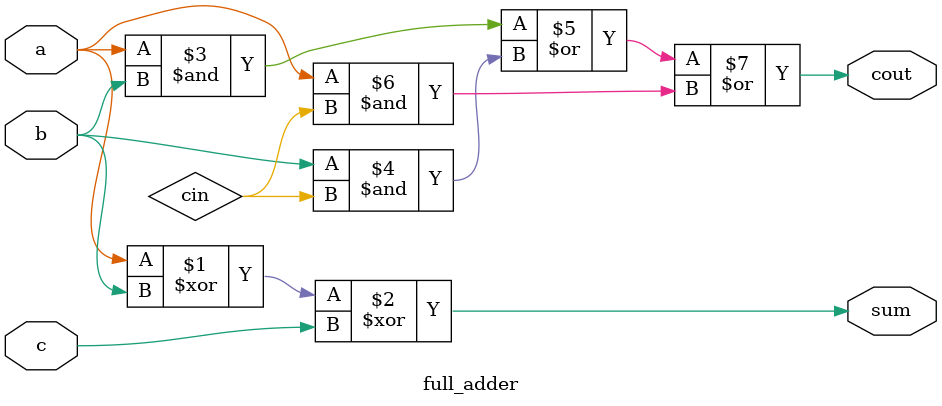
<source format=v>
module full_adder (a, b, c, sum, cout);

input a, b, c;
output  sum; 
output  cout;

assign sum = a^b^c;
assign cout = a&b | b&cin | a&cin;

endmodule
</source>
